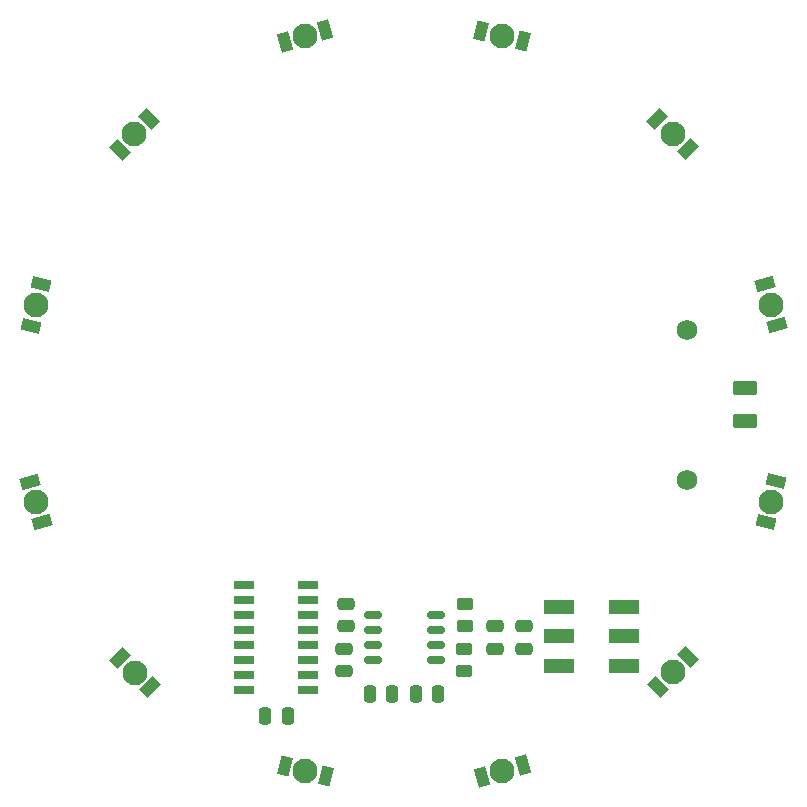
<source format=gbr>
%TF.GenerationSoftware,KiCad,Pcbnew,7.0.7*%
%TF.CreationDate,2023-10-30T19:21:24-07:00*%
%TF.ProjectId,CodeStackOrnament2023,436f6465-5374-4616-936b-4f726e616d65,rev?*%
%TF.SameCoordinates,Original*%
%TF.FileFunction,Soldermask,Top*%
%TF.FilePolarity,Negative*%
%FSLAX46Y46*%
G04 Gerber Fmt 4.6, Leading zero omitted, Abs format (unit mm)*
G04 Created by KiCad (PCBNEW 7.0.7) date 2023-10-30 19:21:24*
%MOMM*%
%LPD*%
G01*
G04 APERTURE LIST*
G04 Aperture macros list*
%AMRoundRect*
0 Rectangle with rounded corners*
0 $1 Rounding radius*
0 $2 $3 $4 $5 $6 $7 $8 $9 X,Y pos of 4 corners*
0 Add a 4 corners polygon primitive as box body*
4,1,4,$2,$3,$4,$5,$6,$7,$8,$9,$2,$3,0*
0 Add four circle primitives for the rounded corners*
1,1,$1+$1,$2,$3*
1,1,$1+$1,$4,$5*
1,1,$1+$1,$6,$7*
1,1,$1+$1,$8,$9*
0 Add four rect primitives between the rounded corners*
20,1,$1+$1,$2,$3,$4,$5,0*
20,1,$1+$1,$4,$5,$6,$7,0*
20,1,$1+$1,$6,$7,$8,$9,0*
20,1,$1+$1,$8,$9,$2,$3,0*%
%AMRotRect*
0 Rectangle, with rotation*
0 The origin of the aperture is its center*
0 $1 length*
0 $2 width*
0 $3 Rotation angle, in degrees counterclockwise*
0 Add horizontal line*
21,1,$1,$2,0,0,$3*%
G04 Aperture macros list end*
%ADD10RoundRect,0.250000X0.475000X-0.250000X0.475000X0.250000X-0.475000X0.250000X-0.475000X-0.250000X0*%
%ADD11RoundRect,0.250000X-0.450000X0.262500X-0.450000X-0.262500X0.450000X-0.262500X0.450000X0.262500X0*%
%ADD12C,2.100000*%
%ADD13RotRect,1.000000X1.600000X106.000000*%
%ADD14RoundRect,0.250000X-0.250000X-0.475000X0.250000X-0.475000X0.250000X0.475000X-0.250000X0.475000X0*%
%ADD15RotRect,1.000000X1.600000X346.000000*%
%ADD16RoundRect,0.250000X0.250000X0.475000X-0.250000X0.475000X-0.250000X-0.475000X0.250000X-0.475000X0*%
%ADD17RotRect,1.000000X1.600000X166.000000*%
%ADD18RoundRect,0.102000X0.750000X-0.275000X0.750000X0.275000X-0.750000X0.275000X-0.750000X-0.275000X0*%
%ADD19RotRect,1.000000X1.600000X226.000000*%
%ADD20RotRect,1.000000X1.600000X286.000000*%
%ADD21C,1.734000*%
%ADD22RotRect,1.000000X1.600000X256.000000*%
%ADD23RoundRect,0.250000X-0.475000X0.250000X-0.475000X-0.250000X0.475000X-0.250000X0.475000X0.250000X0*%
%ADD24RotRect,1.000000X1.600000X136.000000*%
%ADD25RoundRect,0.150000X-0.625000X-0.150000X0.625000X-0.150000X0.625000X0.150000X-0.625000X0.150000X0*%
%ADD26RoundRect,0.102000X0.900000X-0.500000X0.900000X0.500000X-0.900000X0.500000X-0.900000X-0.500000X0*%
%ADD27RotRect,1.000000X1.600000X316.000000*%
%ADD28RotRect,1.000000X1.600000X46.000000*%
%ADD29RotRect,1.000000X1.600000X76.000000*%
%ADD30RotRect,1.000000X1.600000X16.000000*%
%ADD31RotRect,1.000000X1.600000X196.000000*%
%ADD32R,2.500000X1.200000*%
G04 APERTURE END LIST*
D10*
%TO.C,C1*%
X145100000Y-123450000D03*
X145100000Y-121550000D03*
%TD*%
D11*
%TO.C,R2*%
X155170000Y-125387500D03*
X155170000Y-127212500D03*
%TD*%
D12*
%TO.C,D3*%
X181135947Y-96224287D03*
D13*
X181632094Y-97954558D03*
X180639800Y-94494016D03*
%TD*%
D14*
%TO.C,C5*%
X138320000Y-131050000D03*
X140220000Y-131050000D03*
%TD*%
%TO.C,C3*%
X147150000Y-129200000D03*
X149050000Y-129200000D03*
%TD*%
D12*
%TO.C,D7*%
X141705194Y-135702786D03*
D15*
X139958662Y-135267327D03*
X143451726Y-136138245D03*
%TD*%
D16*
%TO.C,C4*%
X152950000Y-129200000D03*
X151050000Y-129200000D03*
%TD*%
D11*
%TO.C,R1*%
X155200000Y-121587500D03*
X155200000Y-123412500D03*
%TD*%
D12*
%TO.C,D1*%
X158343024Y-73458931D03*
D17*
X160089556Y-73894390D03*
X156596492Y-73023472D03*
%TD*%
D18*
%TO.C,U2*%
X141900000Y-128821152D03*
X141900000Y-127551152D03*
X141900000Y-126281152D03*
X141900000Y-125011152D03*
X141900000Y-123741152D03*
X141900000Y-122471152D03*
X141900000Y-121201152D03*
X141900000Y-119931152D03*
X136500000Y-119931152D03*
X136500000Y-121201152D03*
X136500000Y-122471152D03*
X136500000Y-123741152D03*
X136500000Y-125011152D03*
X136500000Y-126281152D03*
X136500000Y-127551152D03*
X136500000Y-128821152D03*
%TD*%
D12*
%TO.C,D11*%
X127231188Y-81815504D03*
D19*
X128481573Y-80520692D03*
X125980803Y-83110316D03*
%TD*%
D12*
%TO.C,D9*%
X118912272Y-112937432D03*
D20*
X118416125Y-111207161D03*
X119408419Y-114667703D03*
%TD*%
D21*
%TO.C,BT1*%
X173990000Y-111038605D03*
X173990000Y-98338605D03*
%TD*%
D10*
%TO.C,C2*%
X145000000Y-127250000D03*
X145000000Y-125350000D03*
%TD*%
D12*
%TO.C,D10*%
X118902183Y-96261944D03*
D22*
X119337642Y-94515412D03*
X118466724Y-98008476D03*
%TD*%
D23*
%TO.C,C7*%
X157740000Y-123450000D03*
X157740000Y-125350000D03*
%TD*%
D12*
%TO.C,D2*%
X172789464Y-81787936D03*
D24*
X174084276Y-83038321D03*
X171494652Y-80537551D03*
%TD*%
D25*
%TO.C,U1*%
X147400000Y-122490000D03*
X147400000Y-123760000D03*
X147400000Y-125030000D03*
X147400000Y-126300000D03*
X152800000Y-126300000D03*
X152800000Y-125030000D03*
X152800000Y-123760000D03*
X152800000Y-122490000D03*
%TD*%
D26*
%TO.C,F1*%
X178930000Y-106083605D03*
X178930000Y-103283605D03*
%TD*%
D12*
%TO.C,D8*%
X127258755Y-127373780D03*
D27*
X125963943Y-126123395D03*
X128553567Y-128624165D03*
%TD*%
D12*
%TO.C,D5*%
X172817030Y-127346215D03*
D28*
X171566645Y-128641027D03*
X174067415Y-126051403D03*
%TD*%
D23*
%TO.C,C6*%
X160200000Y-123450000D03*
X160200000Y-125350000D03*
%TD*%
D12*
%TO.C,D4*%
X181146035Y-112899772D03*
D29*
X180710576Y-114646304D03*
X181581494Y-111153240D03*
%TD*%
D12*
%TO.C,D6*%
X158380682Y-135692694D03*
D30*
X156650411Y-136188841D03*
X160110953Y-135196547D03*
%TD*%
D12*
%TO.C,D12*%
X141667537Y-73469024D03*
D31*
X143397808Y-72972877D03*
X139937266Y-73965171D03*
%TD*%
D32*
%TO.C,SW1*%
X168680000Y-126790000D03*
X168680000Y-124290000D03*
X168680000Y-121790000D03*
X163180000Y-126790000D03*
X163180000Y-124290000D03*
X163180000Y-121790000D03*
%TD*%
M02*

</source>
